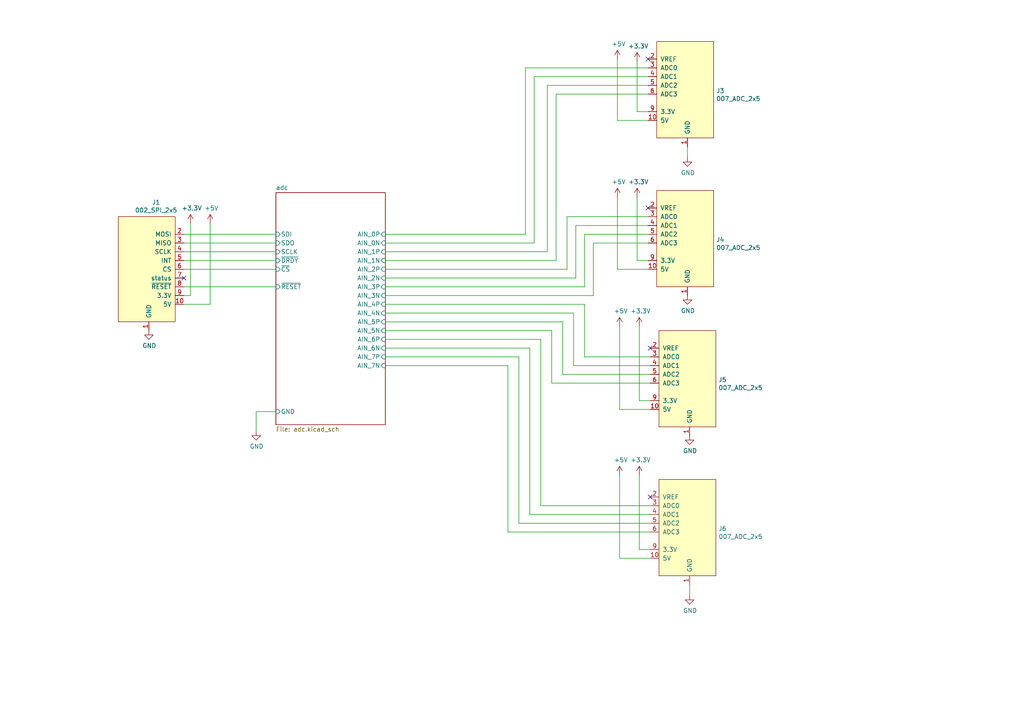
<source format=kicad_sch>
(kicad_sch (version 20211123) (generator eeschema)

  (uuid 71c31975-2c45-4d18-a25a-18e07a55d11e)

  (paper "A4")

  (lib_symbols
    (symbol "power:+3.3V" (power) (pin_names (offset 0)) (in_bom yes) (on_board yes)
      (property "Reference" "#PWR" (id 0) (at 0 -3.81 0)
        (effects (font (size 1.27 1.27)) hide)
      )
      (property "Value" "+3.3V" (id 1) (at 0 3.556 0)
        (effects (font (size 1.27 1.27)))
      )
      (property "Footprint" "" (id 2) (at 0 0 0)
        (effects (font (size 1.27 1.27)) hide)
      )
      (property "Datasheet" "" (id 3) (at 0 0 0)
        (effects (font (size 1.27 1.27)) hide)
      )
      (property "ki_keywords" "power-flag" (id 4) (at 0 0 0)
        (effects (font (size 1.27 1.27)) hide)
      )
      (property "ki_description" "Power symbol creates a global label with name \"+3.3V\"" (id 5) (at 0 0 0)
        (effects (font (size 1.27 1.27)) hide)
      )
      (symbol "+3.3V_0_1"
        (polyline
          (pts
            (xy -0.762 1.27)
            (xy 0 2.54)
          )
          (stroke (width 0) (type default) (color 0 0 0 0))
          (fill (type none))
        )
        (polyline
          (pts
            (xy 0 0)
            (xy 0 2.54)
          )
          (stroke (width 0) (type default) (color 0 0 0 0))
          (fill (type none))
        )
        (polyline
          (pts
            (xy 0 2.54)
            (xy 0.762 1.27)
          )
          (stroke (width 0) (type default) (color 0 0 0 0))
          (fill (type none))
        )
      )
      (symbol "+3.3V_1_1"
        (pin power_in line (at 0 0 90) (length 0) hide
          (name "+3.3V" (effects (font (size 1.27 1.27))))
          (number "1" (effects (font (size 1.27 1.27))))
        )
      )
    )
    (symbol "power:+5V" (power) (pin_names (offset 0)) (in_bom yes) (on_board yes)
      (property "Reference" "#PWR" (id 0) (at 0 -3.81 0)
        (effects (font (size 1.27 1.27)) hide)
      )
      (property "Value" "+5V" (id 1) (at 0 3.556 0)
        (effects (font (size 1.27 1.27)))
      )
      (property "Footprint" "" (id 2) (at 0 0 0)
        (effects (font (size 1.27 1.27)) hide)
      )
      (property "Datasheet" "" (id 3) (at 0 0 0)
        (effects (font (size 1.27 1.27)) hide)
      )
      (property "ki_keywords" "power-flag" (id 4) (at 0 0 0)
        (effects (font (size 1.27 1.27)) hide)
      )
      (property "ki_description" "Power symbol creates a global label with name \"+5V\"" (id 5) (at 0 0 0)
        (effects (font (size 1.27 1.27)) hide)
      )
      (symbol "+5V_0_1"
        (polyline
          (pts
            (xy -0.762 1.27)
            (xy 0 2.54)
          )
          (stroke (width 0) (type default) (color 0 0 0 0))
          (fill (type none))
        )
        (polyline
          (pts
            (xy 0 0)
            (xy 0 2.54)
          )
          (stroke (width 0) (type default) (color 0 0 0 0))
          (fill (type none))
        )
        (polyline
          (pts
            (xy 0 2.54)
            (xy 0.762 1.27)
          )
          (stroke (width 0) (type default) (color 0 0 0 0))
          (fill (type none))
        )
      )
      (symbol "+5V_1_1"
        (pin power_in line (at 0 0 90) (length 0) hide
          (name "+5V" (effects (font (size 1.27 1.27))))
          (number "1" (effects (font (size 1.27 1.27))))
        )
      )
    )
    (symbol "power:GND" (power) (pin_names (offset 0)) (in_bom yes) (on_board yes)
      (property "Reference" "#PWR" (id 0) (at 0 -6.35 0)
        (effects (font (size 1.27 1.27)) hide)
      )
      (property "Value" "GND" (id 1) (at 0 -3.81 0)
        (effects (font (size 1.27 1.27)))
      )
      (property "Footprint" "" (id 2) (at 0 0 0)
        (effects (font (size 1.27 1.27)) hide)
      )
      (property "Datasheet" "" (id 3) (at 0 0 0)
        (effects (font (size 1.27 1.27)) hide)
      )
      (property "ki_keywords" "power-flag" (id 4) (at 0 0 0)
        (effects (font (size 1.27 1.27)) hide)
      )
      (property "ki_description" "Power symbol creates a global label with name \"GND\" , ground" (id 5) (at 0 0 0)
        (effects (font (size 1.27 1.27)) hide)
      )
      (symbol "GND_0_1"
        (polyline
          (pts
            (xy 0 0)
            (xy 0 -1.27)
            (xy 1.27 -1.27)
            (xy 0 -2.54)
            (xy -1.27 -1.27)
            (xy 0 -1.27)
          )
          (stroke (width 0) (type default) (color 0 0 0 0))
          (fill (type none))
        )
      )
      (symbol "GND_1_1"
        (pin power_in line (at 0 0 270) (length 0) hide
          (name "GND" (effects (font (size 1.27 1.27))))
          (number "1" (effects (font (size 1.27 1.27))))
        )
      )
    )
    (symbol "put_on_edge:002_SPI" (pin_names (offset 1.016)) (in_bom yes) (on_board yes)
      (property "Reference" "J" (id 0) (at -1.27 13.97 0)
        (effects (font (size 1.27 1.27)))
      )
      (property "Value" "002_SPI" (id 1) (at 10.16 13.97 0)
        (effects (font (size 1.27 1.27)))
      )
      (property "Footprint" "" (id 2) (at 8.89 16.51 0)
        (effects (font (size 1.27 1.27)) hide)
      )
      (property "Datasheet" "" (id 3) (at 8.89 16.51 0)
        (effects (font (size 1.27 1.27)) hide)
      )
      (symbol "002_SPI_0_1"
        (rectangle (start -7.62 12.7) (end 8.89 -17.78)
          (stroke (width 0) (type default) (color 0 0 0 0))
          (fill (type background))
        )
      )
      (symbol "002_SPI_1_1"
        (pin power_in line (at 0 -20.32 90) (length 2.54)
          (name "GND" (effects (font (size 1.27 1.27))))
          (number "1" (effects (font (size 1.27 1.27))))
        )
        (pin power_in line (at -10.16 -12.7 0) (length 2.54)
          (name "5V" (effects (font (size 1.27 1.27))))
          (number "10" (effects (font (size 1.27 1.27))))
        )
        (pin bidirectional line (at -10.16 7.62 0) (length 2.54)
          (name "MOSI" (effects (font (size 1.27 1.27))))
          (number "2" (effects (font (size 1.27 1.27))))
        )
        (pin bidirectional line (at -10.16 5.08 0) (length 2.54)
          (name "MISO" (effects (font (size 1.27 1.27))))
          (number "3" (effects (font (size 1.27 1.27))))
        )
        (pin bidirectional line (at -10.16 2.54 0) (length 2.54)
          (name "SCLK" (effects (font (size 1.27 1.27))))
          (number "4" (effects (font (size 1.27 1.27))))
        )
        (pin bidirectional line (at -10.16 0 0) (length 2.54)
          (name "INT" (effects (font (size 1.27 1.27))))
          (number "5" (effects (font (size 1.27 1.27))))
        )
        (pin bidirectional line (at -10.16 -2.54 0) (length 2.54)
          (name "CS" (effects (font (size 1.27 1.27))))
          (number "6" (effects (font (size 1.27 1.27))))
        )
        (pin bidirectional line (at -10.16 -5.08 0) (length 2.54)
          (name "status" (effects (font (size 1.27 1.27))))
          (number "7" (effects (font (size 1.27 1.27))))
        )
        (pin bidirectional line (at -10.16 -7.62 0) (length 2.54)
          (name "~{RESET}" (effects (font (size 1.27 1.27))))
          (number "8" (effects (font (size 1.27 1.27))))
        )
        (pin power_in line (at -10.16 -10.16 0) (length 2.54)
          (name "3.3V" (effects (font (size 1.27 1.27))))
          (number "9" (effects (font (size 1.27 1.27))))
        )
      )
    )
    (symbol "put_on_edge:007_ADC" (pin_names (offset 1.016)) (in_bom yes) (on_board yes)
      (property "Reference" "J" (id 0) (at -2.54 13.97 0)
        (effects (font (size 1.27 1.27)))
      )
      (property "Value" "007_ADC" (id 1) (at 8.89 13.97 0)
        (effects (font (size 1.27 1.27)))
      )
      (property "Footprint" "" (id 2) (at 7.62 16.51 0)
        (effects (font (size 1.27 1.27)) hide)
      )
      (property "Datasheet" "" (id 3) (at 7.62 16.51 0)
        (effects (font (size 1.27 1.27)) hide)
      )
      (symbol "007_ADC_0_1"
        (rectangle (start -8.89 12.7) (end 7.62 -15.24)
          (stroke (width 0) (type default) (color 0 0 0 0))
          (fill (type background))
        )
      )
      (symbol "007_ADC_1_1"
        (pin power_in line (at 0 -17.78 90) (length 2.54)
          (name "GND" (effects (font (size 1.27 1.27))))
          (number "1" (effects (font (size 1.27 1.27))))
        )
        (pin bidirectional line (at -11.43 -10.16 0) (length 2.54)
          (name "5V" (effects (font (size 1.27 1.27))))
          (number "10" (effects (font (size 1.27 1.27))))
        )
        (pin bidirectional line (at -11.43 7.62 0) (length 2.54)
          (name "VREF" (effects (font (size 1.27 1.27))))
          (number "2" (effects (font (size 1.27 1.27))))
        )
        (pin power_in line (at -11.43 5.08 0) (length 2.54)
          (name "ADC0" (effects (font (size 1.27 1.27))))
          (number "3" (effects (font (size 1.27 1.27))))
        )
        (pin bidirectional line (at -11.43 2.54 0) (length 2.54)
          (name "ADC1" (effects (font (size 1.27 1.27))))
          (number "4" (effects (font (size 1.27 1.27))))
        )
        (pin bidirectional line (at -11.43 0 0) (length 2.54)
          (name "ADC2" (effects (font (size 1.27 1.27))))
          (number "5" (effects (font (size 1.27 1.27))))
        )
        (pin bidirectional line (at -11.43 -2.54 0) (length 2.54)
          (name "ADC3" (effects (font (size 1.27 1.27))))
          (number "6" (effects (font (size 1.27 1.27))))
        )
        (pin bidirectional line (at -11.43 -7.62 0) (length 2.54)
          (name "3.3V" (effects (font (size 1.27 1.27))))
          (number "9" (effects (font (size 1.27 1.27))))
        )
      )
    )
  )


  (no_connect (at 53.34 80.645) (uuid 749dfe75-c0d6-4872-9330-29c5bbcb8ff8))
  (no_connect (at 188.595 144.145) (uuid 7dc880bc-e7eb-4cce-8d8c-0b65a9dd788e))
  (no_connect (at 188.595 100.965) (uuid 7e023245-2c2b-4e2b-bfb9-5d35176e88f2))
  (no_connect (at 187.96 17.145) (uuid 87d7448e-e139-4209-ae0b-372f805267da))
  (no_connect (at 187.96 60.325) (uuid 965308c8-e014-459a-b9db-b8493a601c62))

  (wire (pts (xy 111.76 95.885) (xy 160.02 95.885))
    (stroke (width 0) (type default) (color 0 0 0 0))
    (uuid 009a4fb4-fcc0-4623-ae5d-c1bae3219583)
  )
  (wire (pts (xy 179.705 137.795) (xy 179.705 161.925))
    (stroke (width 0) (type default) (color 0 0 0 0))
    (uuid 08a7c925-7fae-4530-b0c9-120e185cb318)
  )
  (wire (pts (xy 111.76 83.185) (xy 169.545 83.185))
    (stroke (width 0) (type default) (color 0 0 0 0))
    (uuid 0ce8d3ab-2662-4158-8a2a-18b782908fc5)
  )
  (wire (pts (xy 167.005 80.645) (xy 167.005 65.405))
    (stroke (width 0) (type default) (color 0 0 0 0))
    (uuid 0e8f7fc0-2ef2-4b90-9c15-8a3a601ee459)
  )
  (wire (pts (xy 53.34 85.725) (xy 55.245 85.725))
    (stroke (width 0) (type default) (color 0 0 0 0))
    (uuid 0f22151c-f260-4674-b486-4710a2c42a55)
  )
  (wire (pts (xy 185.42 94.615) (xy 185.42 116.205))
    (stroke (width 0) (type default) (color 0 0 0 0))
    (uuid 13c0ff76-ed71-4cd9-abb0-92c376825d5d)
  )
  (wire (pts (xy 179.07 57.15) (xy 179.07 78.105))
    (stroke (width 0) (type default) (color 0 0 0 0))
    (uuid 14769dc5-8525-4984-8b15-a734ee247efa)
  )
  (wire (pts (xy 179.07 17.145) (xy 179.07 34.925))
    (stroke (width 0) (type default) (color 0 0 0 0))
    (uuid 15fe8f3d-6077-4e0e-81d0-8ec3f4538981)
  )
  (wire (pts (xy 111.76 93.345) (xy 163.195 93.345))
    (stroke (width 0) (type default) (color 0 0 0 0))
    (uuid 173f6f06-e7d0-42ac-ab03-ce6b79b9eeee)
  )
  (wire (pts (xy 53.34 88.265) (xy 60.96 88.265))
    (stroke (width 0) (type default) (color 0 0 0 0))
    (uuid 1831fb37-1c5d-42c4-b898-151be6fca9dc)
  )
  (wire (pts (xy 179.07 78.105) (xy 187.96 78.105))
    (stroke (width 0) (type default) (color 0 0 0 0))
    (uuid 19c56563-5fe3-442a-885b-418dbc2421eb)
  )
  (wire (pts (xy 200.025 169.545) (xy 200.025 172.72))
    (stroke (width 0) (type default) (color 0 0 0 0))
    (uuid 1bf544e3-5940-4576-9291-2464e95c0ee2)
  )
  (wire (pts (xy 158.75 24.765) (xy 187.96 24.765))
    (stroke (width 0) (type default) (color 0 0 0 0))
    (uuid 2004ca2e-b5f1-4e5e-91f6-de757d1aa223)
  )
  (wire (pts (xy 154.94 22.225) (xy 187.96 22.225))
    (stroke (width 0) (type default) (color 0 0 0 0))
    (uuid 20c315f4-1e4f-49aa-8d61-778a7389df7e)
  )
  (wire (pts (xy 184.785 57.15) (xy 184.785 75.565))
    (stroke (width 0) (type default) (color 0 0 0 0))
    (uuid 21ae9c3a-7138-444e-be38-56a4842ab594)
  )
  (wire (pts (xy 150.495 103.505) (xy 150.495 151.765))
    (stroke (width 0) (type default) (color 0 0 0 0))
    (uuid 22999e73-da32-43a5-9163-4b3a41614f25)
  )
  (wire (pts (xy 53.34 83.185) (xy 80.01 83.185))
    (stroke (width 0) (type default) (color 0 0 0 0))
    (uuid 25e5aa8e-2696-44a3-8d3c-c2c53f2923cf)
  )
  (wire (pts (xy 172.085 70.485) (xy 187.96 70.485))
    (stroke (width 0) (type default) (color 0 0 0 0))
    (uuid 262533e8-01a2-497f-b951-d91ec9b6affa)
  )
  (wire (pts (xy 156.845 98.425) (xy 156.845 146.685))
    (stroke (width 0) (type default) (color 0 0 0 0))
    (uuid 262f1ea9-0133-4b43-be36-456207ea857c)
  )
  (wire (pts (xy 172.085 85.725) (xy 172.085 70.485))
    (stroke (width 0) (type default) (color 0 0 0 0))
    (uuid 2be5dceb-d91c-4f91-9bde-e677a89d4a60)
  )
  (wire (pts (xy 111.76 85.725) (xy 172.085 85.725))
    (stroke (width 0) (type default) (color 0 0 0 0))
    (uuid 2dc54bac-8640-4dd7-b8ed-3c7acb01a8ea)
  )
  (wire (pts (xy 166.37 106.045) (xy 188.595 106.045))
    (stroke (width 0) (type default) (color 0 0 0 0))
    (uuid 2e842263-c0ba-46fd-a760-6624d4c78278)
  )
  (wire (pts (xy 169.545 88.265) (xy 169.545 103.505))
    (stroke (width 0) (type default) (color 0 0 0 0))
    (uuid 309b3bff-19c8-41ec-a84d-63399c649f46)
  )
  (wire (pts (xy 179.705 94.615) (xy 179.705 118.745))
    (stroke (width 0) (type default) (color 0 0 0 0))
    (uuid 378af8b4-af3d-46e7-89ae-deff12ca9067)
  )
  (wire (pts (xy 111.76 106.045) (xy 147.32 106.045))
    (stroke (width 0) (type default) (color 0 0 0 0))
    (uuid 37f31dec-63fc-4634-a141-5dc5d2b60fe4)
  )
  (wire (pts (xy 164.465 62.865) (xy 187.96 62.865))
    (stroke (width 0) (type default) (color 0 0 0 0))
    (uuid 382ca670-6ae8-4de6-90f9-f241d1337171)
  )
  (wire (pts (xy 169.545 83.185) (xy 169.545 67.945))
    (stroke (width 0) (type default) (color 0 0 0 0))
    (uuid 3df44d49-f5e9-4339-9cef-7757713748ef)
  )
  (wire (pts (xy 188.595 151.765) (xy 150.495 151.765))
    (stroke (width 0) (type default) (color 0 0 0 0))
    (uuid 3ff7dd96-621c-4a88-987a-6befb4074700)
  )
  (wire (pts (xy 147.32 106.045) (xy 147.32 154.305))
    (stroke (width 0) (type default) (color 0 0 0 0))
    (uuid 40b14a16-fb82-4b9d-89dd-55cd98abb5cc)
  )
  (wire (pts (xy 199.39 42.545) (xy 199.39 45.72))
    (stroke (width 0) (type default) (color 0 0 0 0))
    (uuid 41acfe41-fac7-432a-a7a3-946566e2d504)
  )
  (wire (pts (xy 163.195 93.345) (xy 163.195 108.585))
    (stroke (width 0) (type default) (color 0 0 0 0))
    (uuid 4632212f-13ce-4392-bc68-ccb9ba333770)
  )
  (wire (pts (xy 188.595 103.505) (xy 169.545 103.505))
    (stroke (width 0) (type default) (color 0 0 0 0))
    (uuid 4780a290-d25c-4459-9579-eba3f7678762)
  )
  (wire (pts (xy 179.705 161.925) (xy 188.595 161.925))
    (stroke (width 0) (type default) (color 0 0 0 0))
    (uuid 4a4ec8d9-3d72-4952-83d4-808f65849a2b)
  )
  (wire (pts (xy 161.29 75.565) (xy 161.29 27.305))
    (stroke (width 0) (type default) (color 0 0 0 0))
    (uuid 554c1bc3-0ea3-4ae2-8dc8-2839facdc6c8)
  )
  (wire (pts (xy 161.29 27.305) (xy 187.96 27.305))
    (stroke (width 0) (type default) (color 0 0 0 0))
    (uuid 5572515b-b403-42a4-8cca-7cc6857a5cf2)
  )
  (wire (pts (xy 111.76 78.105) (xy 164.465 78.105))
    (stroke (width 0) (type default) (color 0 0 0 0))
    (uuid 5cf2db29-f7ab-499a-9907-cdeba64bf0f3)
  )
  (wire (pts (xy 53.34 70.485) (xy 80.01 70.485))
    (stroke (width 0) (type default) (color 0 0 0 0))
    (uuid 609b9e1b-4e3b-42b7-ac76-a62ec4d0e7c7)
  )
  (wire (pts (xy 80.01 75.565) (xy 53.34 75.565))
    (stroke (width 0) (type default) (color 0 0 0 0))
    (uuid 6bf05d19-ba3e-4ba6-8a6f-4e0bc45ea3b2)
  )
  (wire (pts (xy 150.495 103.505) (xy 111.76 103.505))
    (stroke (width 0) (type default) (color 0 0 0 0))
    (uuid 6e68f0cd-800e-4167-9553-71fc59da1eeb)
  )
  (wire (pts (xy 111.76 75.565) (xy 161.29 75.565))
    (stroke (width 0) (type default) (color 0 0 0 0))
    (uuid 70fb572d-d5ec-41e7-9482-63d4578b4f47)
  )
  (wire (pts (xy 188.595 154.305) (xy 147.32 154.305))
    (stroke (width 0) (type default) (color 0 0 0 0))
    (uuid 748a3187-8cda-4b28-8bf8-16a0acbb0c60)
  )
  (wire (pts (xy 154.94 70.485) (xy 154.94 22.225))
    (stroke (width 0) (type default) (color 0 0 0 0))
    (uuid 7a4ce4b3-518a-4819-b8b2-5127b3347c64)
  )
  (wire (pts (xy 80.01 67.945) (xy 53.34 67.945))
    (stroke (width 0) (type default) (color 0 0 0 0))
    (uuid 7afa54c4-2181-41d3-81f7-39efc497ecae)
  )
  (wire (pts (xy 111.76 73.025) (xy 158.75 73.025))
    (stroke (width 0) (type default) (color 0 0 0 0))
    (uuid 7e0a03ae-d054-4f76-a131-5c09b8dc1636)
  )
  (wire (pts (xy 179.07 34.925) (xy 187.96 34.925))
    (stroke (width 0) (type default) (color 0 0 0 0))
    (uuid 814763c2-92e5-4a2c-941c-9bbd073f6e87)
  )
  (wire (pts (xy 153.67 100.965) (xy 153.67 149.225))
    (stroke (width 0) (type default) (color 0 0 0 0))
    (uuid 81a15393-727e-448b-a777-b18773023d89)
  )
  (wire (pts (xy 184.785 32.385) (xy 187.96 32.385))
    (stroke (width 0) (type default) (color 0 0 0 0))
    (uuid 82be7aae-5d06-4178-8c3e-98760c41b054)
  )
  (wire (pts (xy 60.96 64.77) (xy 60.96 88.265))
    (stroke (width 0) (type default) (color 0 0 0 0))
    (uuid 87371631-aa02-498a-998a-09bdb74784c1)
  )
  (wire (pts (xy 188.595 146.685) (xy 156.845 146.685))
    (stroke (width 0) (type default) (color 0 0 0 0))
    (uuid 8814c6a6-892f-4e5a-8bae-739513a47866)
  )
  (wire (pts (xy 166.37 90.805) (xy 166.37 106.045))
    (stroke (width 0) (type default) (color 0 0 0 0))
    (uuid 8c0807a7-765b-4fa5-baaa-e09a2b610e6b)
  )
  (wire (pts (xy 111.76 100.965) (xy 153.67 100.965))
    (stroke (width 0) (type default) (color 0 0 0 0))
    (uuid 91c1eb0a-67ae-4ef0-95ce-d060a03a7313)
  )
  (wire (pts (xy 188.595 149.225) (xy 153.67 149.225))
    (stroke (width 0) (type default) (color 0 0 0 0))
    (uuid 9372d45d-6185-44b6-837f-31f346092cf3)
  )
  (wire (pts (xy 163.195 108.585) (xy 188.595 108.585))
    (stroke (width 0) (type default) (color 0 0 0 0))
    (uuid 97492417-11a4-43a2-a17d-2a377e9cd41d)
  )
  (wire (pts (xy 160.02 111.125) (xy 188.595 111.125))
    (stroke (width 0) (type default) (color 0 0 0 0))
    (uuid 9c782d89-cac4-4860-9f43-3f7b7cd6027c)
  )
  (wire (pts (xy 179.705 118.745) (xy 188.595 118.745))
    (stroke (width 0) (type default) (color 0 0 0 0))
    (uuid a27eb049-c992-4f11-a026-1e6a8d9d0160)
  )
  (wire (pts (xy 74.295 119.38) (xy 80.01 119.38))
    (stroke (width 0) (type default) (color 0 0 0 0))
    (uuid a44feacf-ee10-4e08-b5a5-2758be10ee24)
  )
  (wire (pts (xy 152.4 19.685) (xy 187.96 19.685))
    (stroke (width 0) (type default) (color 0 0 0 0))
    (uuid a6b7df29-bcf8-46a9-b623-7eaac47f5110)
  )
  (wire (pts (xy 111.76 70.485) (xy 154.94 70.485))
    (stroke (width 0) (type default) (color 0 0 0 0))
    (uuid a9b3f6e4-7a6d-4ae8-ad28-3d8458e0ca1a)
  )
  (wire (pts (xy 167.005 65.405) (xy 187.96 65.405))
    (stroke (width 0) (type default) (color 0 0 0 0))
    (uuid b0906e10-2fbc-4309-a8b4-6fc4cd1a5490)
  )
  (wire (pts (xy 53.34 78.105) (xy 80.01 78.105))
    (stroke (width 0) (type default) (color 0 0 0 0))
    (uuid b7867831-ef82-4f33-a926-59e5c1c09b91)
  )
  (wire (pts (xy 111.76 88.265) (xy 169.545 88.265))
    (stroke (width 0) (type default) (color 0 0 0 0))
    (uuid bd9595a1-04f3-4fda-8f1b-e65ad874edd3)
  )
  (wire (pts (xy 156.845 98.425) (xy 111.76 98.425))
    (stroke (width 0) (type default) (color 0 0 0 0))
    (uuid c1c799a0-3c93-493a-9ad7-8a0561bc69ee)
  )
  (wire (pts (xy 184.785 75.565) (xy 187.96 75.565))
    (stroke (width 0) (type default) (color 0 0 0 0))
    (uuid c7e7067c-5f5e-48d8-ab59-df26f9b35863)
  )
  (wire (pts (xy 185.42 137.795) (xy 185.42 159.385))
    (stroke (width 0) (type default) (color 0 0 0 0))
    (uuid cbd8faed-e1f8-4406-87c8-58b2c504a5d4)
  )
  (wire (pts (xy 111.76 90.805) (xy 166.37 90.805))
    (stroke (width 0) (type default) (color 0 0 0 0))
    (uuid cf386a39-fc62-49dd-8ec5-e044f6bd67ce)
  )
  (wire (pts (xy 158.75 73.025) (xy 158.75 24.765))
    (stroke (width 0) (type default) (color 0 0 0 0))
    (uuid d5ee60c2-2bbe-430c-bd8c-cb03c0fabacd)
  )
  (wire (pts (xy 152.4 67.945) (xy 152.4 19.685))
    (stroke (width 0) (type default) (color 0 0 0 0))
    (uuid d9c6d5d2-0b49-49ba-a970-cd2c32f74c54)
  )
  (wire (pts (xy 111.76 67.945) (xy 152.4 67.945))
    (stroke (width 0) (type default) (color 0 0 0 0))
    (uuid e1535036-5d36-405f-bb86-3819621c4f23)
  )
  (wire (pts (xy 169.545 67.945) (xy 187.96 67.945))
    (stroke (width 0) (type default) (color 0 0 0 0))
    (uuid e2ef38cd-830a-443b-82f8-93bf6b475a10)
  )
  (wire (pts (xy 80.01 73.025) (xy 53.34 73.025))
    (stroke (width 0) (type default) (color 0 0 0 0))
    (uuid e54e5e19-1deb-49a9-8629-617db8e434c0)
  )
  (wire (pts (xy 184.785 17.78) (xy 184.785 32.385))
    (stroke (width 0) (type default) (color 0 0 0 0))
    (uuid e65b62be-e01b-4688-a999-1d1be370c4ae)
  )
  (wire (pts (xy 111.76 80.645) (xy 167.005 80.645))
    (stroke (width 0) (type default) (color 0 0 0 0))
    (uuid eae0ab9f-65b2-44d3-aba7-873c3227fba7)
  )
  (wire (pts (xy 185.42 159.385) (xy 188.595 159.385))
    (stroke (width 0) (type default) (color 0 0 0 0))
    (uuid f2c93195-af12-4d3e-acdf-bdd0ff675c24)
  )
  (wire (pts (xy 74.295 125.095) (xy 74.295 119.38))
    (stroke (width 0) (type default) (color 0 0 0 0))
    (uuid f382a328-dd0b-4c36-9a8c-b9be55ab328a)
  )
  (wire (pts (xy 55.245 85.725) (xy 55.245 64.77))
    (stroke (width 0) (type default) (color 0 0 0 0))
    (uuid fe8d9267-7834-48d6-a191-c8724b2ee78d)
  )
  (wire (pts (xy 164.465 78.105) (xy 164.465 62.865))
    (stroke (width 0) (type default) (color 0 0 0 0))
    (uuid feb26ecb-9193-46ea-a41b-d09305bf0a3e)
  )
  (wire (pts (xy 160.02 111.125) (xy 160.02 95.885))
    (stroke (width 0) (type default) (color 0 0 0 0))
    (uuid ff7fe37e-fcb9-40c5-85f0-dfe0cdc0b7ef)
  )
  (wire (pts (xy 185.42 116.205) (xy 188.595 116.205))
    (stroke (width 0) (type default) (color 0 0 0 0))
    (uuid ffd175d1-912a-4224-be1e-a8198680f46b)
  )

  (symbol (lib_id "put_on_edge:002_SPI") (at 43.18 75.565 0) (mirror y) (unit 1)
    (in_bom yes) (on_board yes)
    (uuid 00000000-0000-0000-0000-00006033e642)
    (property "Reference" "J1" (id 0) (at 45.2882 58.674 0))
    (property "Value" "002_SPI_2x5" (id 1) (at 45.2882 60.9854 0))
    (property "Footprint" "on_edge:on_edge_2x05_device" (id 2) (at 35.56 59.055 0)
      (effects (font (size 1.27 1.27)) hide)
    )
    (property "Datasheet" "" (id 3) (at 35.56 59.055 0)
      (effects (font (size 1.27 1.27)) hide)
    )
    (pin "1" (uuid 7931e14d-0f8a-48dd-af81-a81fc33ba14f))
    (pin "10" (uuid 6b8d8796-1d93-4e72-95b3-0f9d0c445516))
    (pin "2" (uuid c31973ca-eb40-463b-8989-2eb6cc34d55e))
    (pin "3" (uuid 08d407f1-c83b-4194-844f-657b3f825472))
    (pin "4" (uuid a3b2628b-0a49-4505-aab9-3578401a32e8))
    (pin "5" (uuid c7ea0ab0-3d2d-4f22-9f3f-d72a32830583))
    (pin "6" (uuid bbe04b4a-dd0d-468c-a9c6-e59063d79efb))
    (pin "7" (uuid 1d3d8e66-ef08-4709-96dd-791c654c3b96))
    (pin "8" (uuid c0845bd9-22c7-43b4-932c-417a801bd84f))
    (pin "9" (uuid ef432a62-c6c5-47d6-9b94-ba37042e0f7e))
  )

  (symbol (lib_id "power:+5V") (at 60.96 64.77 0) (unit 1)
    (in_bom yes) (on_board yes)
    (uuid 00000000-0000-0000-0000-000060344b94)
    (property "Reference" "#PWR0101" (id 0) (at 60.96 68.58 0)
      (effects (font (size 1.27 1.27)) hide)
    )
    (property "Value" "+5V" (id 1) (at 61.341 60.3758 0))
    (property "Footprint" "" (id 2) (at 60.96 64.77 0)
      (effects (font (size 1.27 1.27)) hide)
    )
    (property "Datasheet" "" (id 3) (at 60.96 64.77 0)
      (effects (font (size 1.27 1.27)) hide)
    )
    (pin "1" (uuid bef92831-e34d-407c-9216-924054fb90fd))
  )

  (symbol (lib_id "power:GND") (at 43.18 95.885 0) (unit 1)
    (in_bom yes) (on_board yes)
    (uuid 00000000-0000-0000-0000-00006034628a)
    (property "Reference" "#PWR0103" (id 0) (at 43.18 102.235 0)
      (effects (font (size 1.27 1.27)) hide)
    )
    (property "Value" "GND" (id 1) (at 43.307 100.2792 0))
    (property "Footprint" "" (id 2) (at 43.18 95.885 0)
      (effects (font (size 1.27 1.27)) hide)
    )
    (property "Datasheet" "" (id 3) (at 43.18 95.885 0)
      (effects (font (size 1.27 1.27)) hide)
    )
    (pin "1" (uuid d9a67ef6-2743-4b61-9ba1-307cb1b078b1))
  )

  (symbol (lib_id "power:+3.3V") (at 55.245 64.77 0) (unit 1)
    (in_bom yes) (on_board yes)
    (uuid 00000000-0000-0000-0000-00006034d46a)
    (property "Reference" "#PWR0114" (id 0) (at 55.245 68.58 0)
      (effects (font (size 1.27 1.27)) hide)
    )
    (property "Value" "+3.3V" (id 1) (at 55.626 60.3758 0))
    (property "Footprint" "" (id 2) (at 55.245 64.77 0)
      (effects (font (size 1.27 1.27)) hide)
    )
    (property "Datasheet" "" (id 3) (at 55.245 64.77 0)
      (effects (font (size 1.27 1.27)) hide)
    )
    (pin "1" (uuid af24dc04-a015-475f-8375-9ed80026f65a))
  )

  (symbol (lib_id "power:GND") (at 200.025 172.72 0) (unit 1)
    (in_bom yes) (on_board yes)
    (uuid 00000000-0000-0000-0000-0000609923bf)
    (property "Reference" "#PWR0119" (id 0) (at 200.025 179.07 0)
      (effects (font (size 1.27 1.27)) hide)
    )
    (property "Value" "GND" (id 1) (at 200.152 177.1142 0))
    (property "Footprint" "" (id 2) (at 200.025 172.72 0)
      (effects (font (size 1.27 1.27)) hide)
    )
    (property "Datasheet" "" (id 3) (at 200.025 172.72 0)
      (effects (font (size 1.27 1.27)) hide)
    )
    (pin "1" (uuid e3c9529e-be6d-434c-8c6a-20936d2acf17))
  )

  (symbol (lib_id "put_on_edge:007_ADC") (at 200.025 151.765 0) (unit 1)
    (in_bom yes) (on_board yes)
    (uuid 00000000-0000-0000-0000-0000609923c6)
    (property "Reference" "J6" (id 0) (at 208.3562 153.3398 0)
      (effects (font (size 1.27 1.27)) (justify left))
    )
    (property "Value" "007_ADC_2x5" (id 1) (at 208.3562 155.6512 0)
      (effects (font (size 1.27 1.27)) (justify left))
    )
    (property "Footprint" "on_edge:on_edge_2x05_host" (id 2) (at 207.645 135.255 0)
      (effects (font (size 1.27 1.27)) hide)
    )
    (property "Datasheet" "" (id 3) (at 207.645 135.255 0)
      (effects (font (size 1.27 1.27)) hide)
    )
    (pin "1" (uuid 1dd52c0d-fca4-40e3-a66e-63a630188b65))
    (pin "10" (uuid 9dc32a67-05ab-4884-800f-8838879e9e2e))
    (pin "2" (uuid 86174a0c-a5c5-4fe8-938e-6977ec3c9ae0))
    (pin "3" (uuid cb220892-4b2a-4d01-b1ad-c0ba13ac65eb))
    (pin "4" (uuid 4f106ff8-2030-4763-94ba-b1802af46823))
    (pin "5" (uuid 1b52a85f-b15f-4c4d-ab80-4ac1d5208a46))
    (pin "6" (uuid 4bff636d-052c-438c-8f4e-729ee9ca63d5))
    (pin "9" (uuid 21139fd5-2600-4f3b-8ffa-de1972f9dc50))
  )

  (symbol (lib_id "power:+5V") (at 179.705 137.795 0) (unit 1)
    (in_bom yes) (on_board yes)
    (uuid 00000000-0000-0000-0000-0000609923ce)
    (property "Reference" "#PWR0120" (id 0) (at 179.705 141.605 0)
      (effects (font (size 1.27 1.27)) hide)
    )
    (property "Value" "+5V" (id 1) (at 180.086 133.4008 0))
    (property "Footprint" "" (id 2) (at 179.705 137.795 0)
      (effects (font (size 1.27 1.27)) hide)
    )
    (property "Datasheet" "" (id 3) (at 179.705 137.795 0)
      (effects (font (size 1.27 1.27)) hide)
    )
    (pin "1" (uuid c041a134-20b2-4eac-be88-62b3ffe12216))
  )

  (symbol (lib_id "power:+3.3V") (at 185.42 137.795 0) (unit 1)
    (in_bom yes) (on_board yes)
    (uuid 00000000-0000-0000-0000-0000609923d4)
    (property "Reference" "#PWR0121" (id 0) (at 185.42 141.605 0)
      (effects (font (size 1.27 1.27)) hide)
    )
    (property "Value" "+3.3V" (id 1) (at 185.801 133.4008 0))
    (property "Footprint" "" (id 2) (at 185.42 137.795 0)
      (effects (font (size 1.27 1.27)) hide)
    )
    (property "Datasheet" "" (id 3) (at 185.42 137.795 0)
      (effects (font (size 1.27 1.27)) hide)
    )
    (pin "1" (uuid ff4b78e8-3faf-4eb9-9fe0-21700ddb7f5a))
  )

  (symbol (lib_id "power:GND") (at 200.025 126.365 0) (unit 1)
    (in_bom yes) (on_board yes)
    (uuid 00000000-0000-0000-0000-000060997240)
    (property "Reference" "#PWR0125" (id 0) (at 200.025 132.715 0)
      (effects (font (size 1.27 1.27)) hide)
    )
    (property "Value" "GND" (id 1) (at 200.152 130.7592 0))
    (property "Footprint" "" (id 2) (at 200.025 126.365 0)
      (effects (font (size 1.27 1.27)) hide)
    )
    (property "Datasheet" "" (id 3) (at 200.025 126.365 0)
      (effects (font (size 1.27 1.27)) hide)
    )
    (pin "1" (uuid 7109bfe0-a86f-4bf2-a941-9ad86f3a1b63))
  )

  (symbol (lib_id "put_on_edge:007_ADC") (at 200.025 108.585 0) (unit 1)
    (in_bom yes) (on_board yes)
    (uuid 00000000-0000-0000-0000-000060997247)
    (property "Reference" "J5" (id 0) (at 208.3562 110.1598 0)
      (effects (font (size 1.27 1.27)) (justify left))
    )
    (property "Value" "007_ADC_2x5" (id 1) (at 208.3562 112.4712 0)
      (effects (font (size 1.27 1.27)) (justify left))
    )
    (property "Footprint" "on_edge:on_edge_2x05_host" (id 2) (at 207.645 92.075 0)
      (effects (font (size 1.27 1.27)) hide)
    )
    (property "Datasheet" "" (id 3) (at 207.645 92.075 0)
      (effects (font (size 1.27 1.27)) hide)
    )
    (pin "1" (uuid c095e791-9e01-48ed-86f7-c480444cf93e))
    (pin "10" (uuid 2ff51a0d-852e-4b39-aded-aee9673009de))
    (pin "2" (uuid a4e22a47-8081-427b-a284-fdb057c6b905))
    (pin "3" (uuid c0aaa70c-2395-4a81-b073-0153c71920cd))
    (pin "4" (uuid d2f04405-65c1-4258-934f-0b1cdd01c737))
    (pin "5" (uuid 88eef936-1f0f-4edd-ae08-0bed3ac43967))
    (pin "6" (uuid 1b09e8af-b104-4bf4-88b1-ae5d3b5fbb54))
    (pin "9" (uuid daaa47fe-ebee-44b4-a9fc-7610998e5ed1))
  )

  (symbol (lib_id "power:+5V") (at 179.705 94.615 0) (unit 1)
    (in_bom yes) (on_board yes)
    (uuid 00000000-0000-0000-0000-00006099724f)
    (property "Reference" "#PWR0126" (id 0) (at 179.705 98.425 0)
      (effects (font (size 1.27 1.27)) hide)
    )
    (property "Value" "+5V" (id 1) (at 180.086 90.2208 0))
    (property "Footprint" "" (id 2) (at 179.705 94.615 0)
      (effects (font (size 1.27 1.27)) hide)
    )
    (property "Datasheet" "" (id 3) (at 179.705 94.615 0)
      (effects (font (size 1.27 1.27)) hide)
    )
    (pin "1" (uuid f1412478-1a32-49f8-84a1-b9b263169575))
  )

  (symbol (lib_id "power:+3.3V") (at 185.42 94.615 0) (unit 1)
    (in_bom yes) (on_board yes)
    (uuid 00000000-0000-0000-0000-000060997255)
    (property "Reference" "#PWR0127" (id 0) (at 185.42 98.425 0)
      (effects (font (size 1.27 1.27)) hide)
    )
    (property "Value" "+3.3V" (id 1) (at 185.801 90.2208 0))
    (property "Footprint" "" (id 2) (at 185.42 94.615 0)
      (effects (font (size 1.27 1.27)) hide)
    )
    (property "Datasheet" "" (id 3) (at 185.42 94.615 0)
      (effects (font (size 1.27 1.27)) hide)
    )
    (pin "1" (uuid 40dd7085-da12-41b9-b892-bfa7bf4f1386))
  )

  (symbol (lib_id "power:GND") (at 199.39 85.725 0) (unit 1)
    (in_bom yes) (on_board yes)
    (uuid 00000000-0000-0000-0000-0000609aad6a)
    (property "Reference" "#PWR0131" (id 0) (at 199.39 92.075 0)
      (effects (font (size 1.27 1.27)) hide)
    )
    (property "Value" "GND" (id 1) (at 199.517 90.1192 0))
    (property "Footprint" "" (id 2) (at 199.39 85.725 0)
      (effects (font (size 1.27 1.27)) hide)
    )
    (property "Datasheet" "" (id 3) (at 199.39 85.725 0)
      (effects (font (size 1.27 1.27)) hide)
    )
    (pin "1" (uuid 9d9006b1-c0da-4488-b6c4-3bf750600acd))
  )

  (symbol (lib_id "put_on_edge:007_ADC") (at 199.39 67.945 0) (unit 1)
    (in_bom yes) (on_board yes)
    (uuid 00000000-0000-0000-0000-0000609aad71)
    (property "Reference" "J4" (id 0) (at 207.7212 69.5198 0)
      (effects (font (size 1.27 1.27)) (justify left))
    )
    (property "Value" "007_ADC_2x5" (id 1) (at 207.7212 71.8312 0)
      (effects (font (size 1.27 1.27)) (justify left))
    )
    (property "Footprint" "on_edge:on_edge_2x05_host" (id 2) (at 207.01 51.435 0)
      (effects (font (size 1.27 1.27)) hide)
    )
    (property "Datasheet" "" (id 3) (at 207.01 51.435 0)
      (effects (font (size 1.27 1.27)) hide)
    )
    (pin "1" (uuid 707f604a-7f3f-405f-8b89-2e17dbf94ec1))
    (pin "10" (uuid 68ba3686-54f3-42b1-847b-d7576a207bac))
    (pin "2" (uuid 17a37dc2-1fc7-4198-bc2d-40147f9021f4))
    (pin "3" (uuid f2eeb289-74f8-46da-801f-0aafb6af9995))
    (pin "4" (uuid 2251a3c2-fb48-4ef6-9776-e36c07a3aa92))
    (pin "5" (uuid b287663f-61be-4819-9523-1331a964301e))
    (pin "6" (uuid 4f02a351-9568-48f2-b04f-076667160b2f))
    (pin "9" (uuid 95f28955-d4ce-4605-8aac-5b414b25ef4e))
  )

  (symbol (lib_id "power:+5V") (at 179.07 57.15 0) (unit 1)
    (in_bom yes) (on_board yes)
    (uuid 00000000-0000-0000-0000-0000609aad79)
    (property "Reference" "#PWR0132" (id 0) (at 179.07 60.96 0)
      (effects (font (size 1.27 1.27)) hide)
    )
    (property "Value" "+5V" (id 1) (at 179.451 52.7558 0))
    (property "Footprint" "" (id 2) (at 179.07 57.15 0)
      (effects (font (size 1.27 1.27)) hide)
    )
    (property "Datasheet" "" (id 3) (at 179.07 57.15 0)
      (effects (font (size 1.27 1.27)) hide)
    )
    (pin "1" (uuid 6c347053-8fc9-4fd0-999a-80cd1d05ea04))
  )

  (symbol (lib_id "power:+3.3V") (at 184.785 57.15 0) (unit 1)
    (in_bom yes) (on_board yes)
    (uuid 00000000-0000-0000-0000-0000609aad7f)
    (property "Reference" "#PWR0133" (id 0) (at 184.785 60.96 0)
      (effects (font (size 1.27 1.27)) hide)
    )
    (property "Value" "+3.3V" (id 1) (at 185.166 52.7558 0))
    (property "Footprint" "" (id 2) (at 184.785 57.15 0)
      (effects (font (size 1.27 1.27)) hide)
    )
    (property "Datasheet" "" (id 3) (at 184.785 57.15 0)
      (effects (font (size 1.27 1.27)) hide)
    )
    (pin "1" (uuid 72e72cc1-10bf-4bad-8b18-04e994c8c31d))
  )

  (symbol (lib_id "power:GND") (at 199.39 45.72 0) (unit 1)
    (in_bom yes) (on_board yes)
    (uuid 00000000-0000-0000-0000-0000609aadae)
    (property "Reference" "#PWR0137" (id 0) (at 199.39 52.07 0)
      (effects (font (size 1.27 1.27)) hide)
    )
    (property "Value" "GND" (id 1) (at 199.517 50.1142 0))
    (property "Footprint" "" (id 2) (at 199.39 45.72 0)
      (effects (font (size 1.27 1.27)) hide)
    )
    (property "Datasheet" "" (id 3) (at 199.39 45.72 0)
      (effects (font (size 1.27 1.27)) hide)
    )
    (pin "1" (uuid ab444bc9-d57b-4747-8ef6-d78764df7a8c))
  )

  (symbol (lib_id "put_on_edge:007_ADC") (at 199.39 24.765 0) (unit 1)
    (in_bom yes) (on_board yes)
    (uuid 00000000-0000-0000-0000-0000609aadb5)
    (property "Reference" "J3" (id 0) (at 207.7212 26.3398 0)
      (effects (font (size 1.27 1.27)) (justify left))
    )
    (property "Value" "007_ADC_2x5" (id 1) (at 207.7212 28.6512 0)
      (effects (font (size 1.27 1.27)) (justify left))
    )
    (property "Footprint" "on_edge:on_edge_2x05_host" (id 2) (at 207.01 8.255 0)
      (effects (font (size 1.27 1.27)) hide)
    )
    (property "Datasheet" "" (id 3) (at 207.01 8.255 0)
      (effects (font (size 1.27 1.27)) hide)
    )
    (pin "1" (uuid c4678e39-e1a9-45fc-9463-d6869a29299c))
    (pin "10" (uuid d18072ae-a6b9-42ce-92b3-84be73cac9ee))
    (pin "2" (uuid 742a7ad1-ff35-45ea-8556-9feb2169b805))
    (pin "3" (uuid 3c0ba1db-bd1b-4aef-8d74-7186055f3568))
    (pin "4" (uuid fa04002d-f93d-4686-9017-aa8b66517b3c))
    (pin "5" (uuid c3e3f1e4-4d2e-4d26-ab3a-b98c4351cdcf))
    (pin "6" (uuid 5b50da50-2a1a-453e-b6c3-1b9172e34b6c))
    (pin "9" (uuid 34dc387e-dac9-4a41-9e18-d239c9fa5452))
  )

  (symbol (lib_id "power:+5V") (at 179.07 17.145 0) (unit 1)
    (in_bom yes) (on_board yes)
    (uuid 00000000-0000-0000-0000-0000609aadbd)
    (property "Reference" "#PWR0138" (id 0) (at 179.07 20.955 0)
      (effects (font (size 1.27 1.27)) hide)
    )
    (property "Value" "+5V" (id 1) (at 179.451 12.7508 0))
    (property "Footprint" "" (id 2) (at 179.07 17.145 0)
      (effects (font (size 1.27 1.27)) hide)
    )
    (property "Datasheet" "" (id 3) (at 179.07 17.145 0)
      (effects (font (size 1.27 1.27)) hide)
    )
    (pin "1" (uuid 8af952e5-4f7c-4af5-a126-40d2603f89f9))
  )

  (symbol (lib_id "power:+3.3V") (at 184.785 17.78 0) (unit 1)
    (in_bom yes) (on_board yes)
    (uuid 00000000-0000-0000-0000-0000609aadc3)
    (property "Reference" "#PWR0139" (id 0) (at 184.785 21.59 0)
      (effects (font (size 1.27 1.27)) hide)
    )
    (property "Value" "+3.3V" (id 1) (at 185.166 13.3858 0))
    (property "Footprint" "" (id 2) (at 184.785 17.78 0)
      (effects (font (size 1.27 1.27)) hide)
    )
    (property "Datasheet" "" (id 3) (at 184.785 17.78 0)
      (effects (font (size 1.27 1.27)) hide)
    )
    (pin "1" (uuid daa13f1b-36b7-4a22-8f52-39fbec364b66))
  )

  (symbol (lib_id "power:GND") (at 74.295 125.095 0) (unit 1)
    (in_bom yes) (on_board yes)
    (uuid 9a4a29bc-e107-484e-bcd5-ac36d7cbaff2)
    (property "Reference" "#PWR0111" (id 0) (at 74.295 131.445 0)
      (effects (font (size 1.27 1.27)) hide)
    )
    (property "Value" "GND" (id 1) (at 74.422 129.4892 0))
    (property "Footprint" "" (id 2) (at 74.295 125.095 0)
      (effects (font (size 1.27 1.27)) hide)
    )
    (property "Datasheet" "" (id 3) (at 74.295 125.095 0)
      (effects (font (size 1.27 1.27)) hide)
    )
    (pin "1" (uuid e5de5887-0648-4656-8a6e-3d097f1e7872))
  )

  (sheet (at 80.01 55.88) (size 31.75 67.31) (fields_autoplaced)
    (stroke (width 0) (type solid) (color 0 0 0 0))
    (fill (color 0 0 0 0.0000))
    (uuid 00000000-0000-0000-0000-000060d005c4)
    (property "Sheet name" "adc" (id 0) (at 80.01 55.1684 0)
      (effects (font (size 1.27 1.27)) (justify left bottom))
    )
    (property "Sheet file" "adc.kicad_sch" (id 1) (at 80.01 123.7746 0)
      (effects (font (size 1.27 1.27)) (justify left top))
    )
    (pin "SDO" input (at 80.01 70.485 180)
      (effects (font (size 1.27 1.27)) (justify left))
      (uuid 592f25e6-a01b-47fd-8172-3da01117d00a)
    )
    (pin "SDI" input (at 80.01 67.945 180)
      (effects (font (size 1.27 1.27)) (justify left))
      (uuid cb614b23-9af3-4aec-bed8-c1374e001510)
    )
    (pin "SCLK" input (at 80.01 73.025 180)
      (effects (font (size 1.27 1.27)) (justify left))
      (uuid 20cca02e-4c4d-4961-b6b4-b40a1731b220)
    )
    (pin "~{CS}" input (at 80.01 78.105 180)
      (effects (font (size 1.27 1.27)) (justify left))
      (uuid 5487601b-81d3-4c70-8f3d-cf9df9c63302)
    )
    (pin "~{DRDY}" input (at 80.01 75.565 180)
      (effects (font (size 1.27 1.27)) (justify left))
      (uuid a29f8df0-3fae-4edf-8d9c-bd5a875b13e3)
    )
    (pin "GND" input (at 80.01 119.38 180)
      (effects (font (size 1.27 1.27)) (justify left))
      (uuid e3fc1e69-a11c-4c84-8952-fefb9372474e)
    )
    (pin "AIN_0P" input (at 111.76 67.945 0)
      (effects (font (size 1.27 1.27)) (justify right))
      (uuid 597a11f2-5d2c-4a65-ac95-38ad106e1367)
    )
    (pin "AIN_0N" input (at 111.76 70.485 0)
      (effects (font (size 1.27 1.27)) (justify right))
      (uuid 926001fd-2747-4639-8c0f-4fc46ff7218d)
    )
    (pin "AIN_1P" input (at 111.76 73.025 0)
      (effects (font (size 1.27 1.27)) (justify right))
      (uuid 59ec3156-036e-4049-89db-91a9dd07095f)
    )
    (pin "AIN_1N" input (at 111.76 75.565 0)
      (effects (font (size 1.27 1.27)) (justify right))
      (uuid d39d813e-3e64-490c-ba5c-a64bb5ad6bd0)
    )
    (pin "AIN_2P" input (at 111.76 78.105 0)
      (effects (font (size 1.27 1.27)) (justify right))
      (uuid 6a2b20ae-096c-4d9f-92f8-2087c865914f)
    )
    (pin "AIN_2N" input (at 111.76 80.645 0)
      (effects (font (size 1.27 1.27)) (justify right))
      (uuid 4e315e69-0417-463a-8b7f-469a08d1496e)
    )
    (pin "AIN_3P" input (at 111.76 83.185 0)
      (effects (font (size 1.27 1.27)) (justify right))
      (uuid 071522c0-d0ed-49b9-906e-6295f67fb0dc)
    )
    (pin "AIN_3N" input (at 111.76 85.725 0)
      (effects (font (size 1.27 1.27)) (justify right))
      (uuid 2846428d-39de-4eae-8ce2-64955d56c493)
    )
    (pin "AIN_4P" input (at 111.76 88.265 0)
      (effects (font (size 1.27 1.27)) (justify right))
      (uuid 4fa10683-33cd-4dcd-8acc-2415cd63c62a)
    )
    (pin "AIN_4N" input (at 111.76 90.805 0)
      (effects (font (size 1.27 1.27)) (justify right))
      (uuid 9cbf35b8-f4d3-42a3-bb16-04ffd03fd8fd)
    )
    (pin "AIN_5P" input (at 111.76 93.345 0)
      (effects (font (size 1.27 1.27)) (justify right))
      (uuid 8bc2c25a-a1f1-4ce8-b96a-a4f8f4c35079)
    )
    (pin "AIN_5N" input (at 111.76 95.885 0)
      (effects (font (size 1.27 1.27)) (justify right))
      (uuid b1ddb058-f7b2-429c-9489-f4e2242ad7e5)
    )
    (pin "AIN_6P" input (at 111.76 98.425 0)
      (effects (font (size 1.27 1.27)) (justify right))
      (uuid eee16674-2d21-45b6-ab5e-d669125df26c)
    )
    (pin "AIN_6N" input (at 111.76 100.965 0)
      (effects (font (size 1.27 1.27)) (justify right))
      (uuid f449bd37-cc90-4487-aee6-2a20b8d2843a)
    )
    (pin "AIN_7P" input (at 111.76 103.505 0)
      (effects (font (size 1.27 1.27)) (justify right))
      (uuid c106154f-d948-43e5-abfa-e1b96055d91b)
    )
    (pin "AIN_7N" input (at 111.76 106.045 0)
      (effects (font (size 1.27 1.27)) (justify right))
      (uuid c24d6ac8-802d-4df3-a210-9cb1f693e865)
    )
    (pin "~{RESET}" input (at 80.01 83.185 180)
      (effects (font (size 1.27 1.27)) (justify left))
      (uuid 88668202-3f0b-4d07-84d4-dcd790f57272)
    )
  )

  (sheet_instances
    (path "/" (page "1"))
    (path "/00000000-0000-0000-0000-000060d005c4" (page "2"))
  )

  (symbol_instances
    (path "/00000000-0000-0000-0000-000060344b94"
      (reference "#PWR0101") (unit 1) (value "+5V") (footprint "")
    )
    (path "/00000000-0000-0000-0000-000060d005c4/00000000-0000-0000-0000-000060d1b219"
      (reference "#PWR0102") (unit 1) (value "+3.3V") (footprint "")
    )
    (path "/00000000-0000-0000-0000-00006034628a"
      (reference "#PWR0103") (unit 1) (value "GND") (footprint "")
    )
    (path "/00000000-0000-0000-0000-000060d005c4/00000000-0000-0000-0000-000060d1b1c4"
      (reference "#PWR0105") (unit 1) (value "+5V") (footprint "")
    )
    (path "/00000000-0000-0000-0000-000060d005c4/00000000-0000-0000-0000-000060d1b20d"
      (reference "#PWR0106") (unit 1) (value "+3.3V") (footprint "")
    )
    (path "/9a4a29bc-e107-484e-bcd5-ac36d7cbaff2"
      (reference "#PWR0111") (unit 1) (value "GND") (footprint "")
    )
    (path "/00000000-0000-0000-0000-00006034d46a"
      (reference "#PWR0114") (unit 1) (value "+3.3V") (footprint "")
    )
    (path "/00000000-0000-0000-0000-0000609923bf"
      (reference "#PWR0119") (unit 1) (value "GND") (footprint "")
    )
    (path "/00000000-0000-0000-0000-0000609923ce"
      (reference "#PWR0120") (unit 1) (value "+5V") (footprint "")
    )
    (path "/00000000-0000-0000-0000-0000609923d4"
      (reference "#PWR0121") (unit 1) (value "+3.3V") (footprint "")
    )
    (path "/00000000-0000-0000-0000-000060997240"
      (reference "#PWR0125") (unit 1) (value "GND") (footprint "")
    )
    (path "/00000000-0000-0000-0000-00006099724f"
      (reference "#PWR0126") (unit 1) (value "+5V") (footprint "")
    )
    (path "/00000000-0000-0000-0000-000060997255"
      (reference "#PWR0127") (unit 1) (value "+3.3V") (footprint "")
    )
    (path "/00000000-0000-0000-0000-0000609aad6a"
      (reference "#PWR0131") (unit 1) (value "GND") (footprint "")
    )
    (path "/00000000-0000-0000-0000-0000609aad79"
      (reference "#PWR0132") (unit 1) (value "+5V") (footprint "")
    )
    (path "/00000000-0000-0000-0000-0000609aad7f"
      (reference "#PWR0133") (unit 1) (value "+3.3V") (footprint "")
    )
    (path "/00000000-0000-0000-0000-0000609aadae"
      (reference "#PWR0137") (unit 1) (value "GND") (footprint "")
    )
    (path "/00000000-0000-0000-0000-0000609aadbd"
      (reference "#PWR0138") (unit 1) (value "+5V") (footprint "")
    )
    (path "/00000000-0000-0000-0000-0000609aadc3"
      (reference "#PWR0139") (unit 1) (value "+3.3V") (footprint "")
    )
    (path "/00000000-0000-0000-0000-000060d005c4/00000000-0000-0000-0000-000060d3e818"
      (reference "C1") (unit 1) (value "10pF") (footprint "Capacitor_SMD:C_0603_1608Metric")
    )
    (path "/00000000-0000-0000-0000-000060d005c4/00000000-0000-0000-0000-000060d1b250"
      (reference "C2") (unit 1) (value "1uF") (footprint "Capacitor_SMD:C_0603_1608Metric")
    )
    (path "/00000000-0000-0000-0000-000060d005c4/00000000-0000-0000-0000-000060d3f43a"
      (reference "C3") (unit 1) (value "10pF") (footprint "Capacitor_SMD:C_0603_1608Metric")
    )
    (path "/00000000-0000-0000-0000-000060d005c4/00000000-0000-0000-0000-000060d1b1e3"
      (reference "C4") (unit 1) (value "1uF") (footprint "Capacitor_SMD:C_0603_1608Metric")
    )
    (path "/00000000-0000-0000-0000-000060d005c4/00000000-0000-0000-0000-000060d1b1f0"
      (reference "C5") (unit 1) (value "1uF") (footprint "Capacitor_SMD:C_0603_1608Metric")
    )
    (path "/00000000-0000-0000-0000-000060d005c4/00000000-0000-0000-0000-000060d1b1a4"
      (reference "C6") (unit 1) (value "1uF") (footprint "Capacitor_SMD:C_0603_1608Metric")
    )
    (path "/00000000-0000-0000-0000-000060d005c4/00000000-0000-0000-0000-000060d1b19e"
      (reference "C7") (unit 1) (value "10uF") (footprint "Capacitor_SMD:C_0603_1608Metric")
    )
    (path "/00000000-0000-0000-0000-000060d005c4/00000000-0000-0000-0000-000060d1b207"
      (reference "FB1") (unit 1) (value "Ferrite_Bead_Small") (footprint "Inductor_SMD:L_0603_1608Metric")
    )
    (path "/00000000-0000-0000-0000-00006033e642"
      (reference "J1") (unit 1) (value "002_SPI_2x5") (footprint "on_edge:on_edge_2x05_device")
    )
    (path "/00000000-0000-0000-0000-0000609aadb5"
      (reference "J3") (unit 1) (value "007_ADC_2x5") (footprint "on_edge:on_edge_2x05_host")
    )
    (path "/00000000-0000-0000-0000-0000609aad71"
      (reference "J4") (unit 1) (value "007_ADC_2x5") (footprint "on_edge:on_edge_2x05_host")
    )
    (path "/00000000-0000-0000-0000-000060997247"
      (reference "J5") (unit 1) (value "007_ADC_2x5") (footprint "on_edge:on_edge_2x05_host")
    )
    (path "/00000000-0000-0000-0000-0000609923c6"
      (reference "J6") (unit 1) (value "007_ADC_2x5") (footprint "on_edge:on_edge_2x05_host")
    )
    (path "/00000000-0000-0000-0000-000060d005c4/00000000-0000-0000-0000-000060d1b213"
      (reference "R1") (unit 1) (value "10k") (footprint "Resistor_SMD:R_0603_1608Metric")
    )
    (path "/00000000-0000-0000-0000-000060d005c4/00000000-0000-0000-0000-000060d02b59"
      (reference "U1") (unit 1) (value "ADS131M08") (footprint "Package_DFN_QFN:WQFN-32-1EP_5x5mm_P0.5mm_EP3.1x3.1mm")
    )
    (path "/00000000-0000-0000-0000-000060d005c4/00000000-0000-0000-0000-000060d399ec"
      (reference "Y1") (unit 1) (value "8MhZ") (footprint "Crystal:Crystal_SMD_5032-2Pin_5.0x3.2mm")
    )
  )
)

</source>
